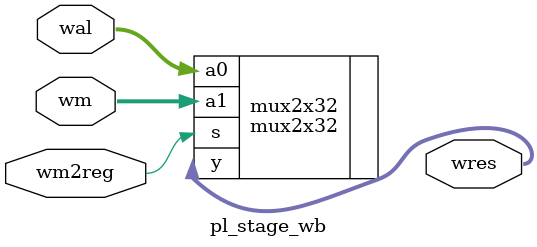
<source format=v>
module pl_stage_wb (wal,wm,wm2reg,wres);
    input  [31:0] wal, wm;
    input  wm2reg;
    output [31:0] wres;

    mux2x32 mux2x32(
        .a0   (wal         ),
        .a1   (wm          ),
        .s    (wm2reg      ),
        .y    (wres        ) 
    );

endmodule
</source>
